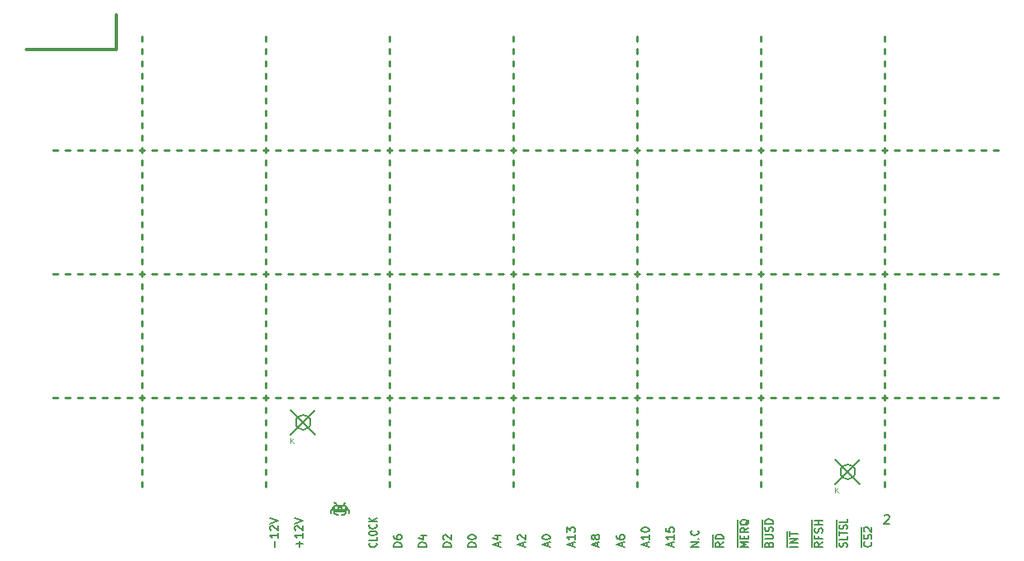
<source format=gto>
G04 (created by PCBNEW (2013-09-28 BZR 4356)-product) date 12/11/2013 13:19:40*
%MOIN*%
G04 Gerber Fmt 3.4, Leading zero omitted, Abs format*
%FSLAX34Y34*%
G01*
G70*
G90*
G04 APERTURE LIST*
%ADD10C,0.005906*%
%ADD11C,0.014173*%
%ADD12C,0.008858*%
%ADD13C,0.007480*%
%ADD14C,0.007874*%
%ADD15C,0.004331*%
%ADD16C,0.007087*%
G04 APERTURE END LIST*
G54D10*
G54D11*
X3686Y-1430D02*
X43Y-1430D01*
X3686Y-43D02*
X3686Y-1410D01*
G54D10*
X29772Y-21531D02*
X29772Y-20430D01*
G54D12*
X11836Y-15500D02*
X11636Y-15500D01*
X11336Y-15500D02*
X11136Y-15500D01*
X34736Y-15600D02*
X34736Y-15400D01*
X29736Y-15600D02*
X29736Y-15400D01*
X24736Y-15600D02*
X24736Y-15400D01*
X39336Y-15500D02*
X39136Y-15500D01*
X38836Y-15500D02*
X38636Y-15500D01*
X37836Y-15500D02*
X37636Y-15500D01*
X38336Y-15500D02*
X38136Y-15500D01*
X36336Y-15500D02*
X36136Y-15500D01*
X35836Y-15500D02*
X35636Y-15500D01*
X36836Y-15500D02*
X36636Y-15500D01*
X37336Y-15500D02*
X37136Y-15500D01*
X33336Y-15500D02*
X33136Y-15500D01*
X32836Y-15500D02*
X32636Y-15500D01*
X31836Y-15500D02*
X31636Y-15500D01*
X32336Y-15500D02*
X32136Y-15500D01*
X34336Y-15500D02*
X34136Y-15500D01*
X33836Y-15500D02*
X33636Y-15500D01*
X34836Y-15500D02*
X34636Y-15500D01*
X35336Y-15500D02*
X35136Y-15500D01*
X27336Y-15500D02*
X27136Y-15500D01*
X26836Y-15500D02*
X26636Y-15500D01*
X25836Y-15500D02*
X25636Y-15500D01*
X26336Y-15500D02*
X26136Y-15500D01*
X24836Y-15500D02*
X24636Y-15500D01*
X25336Y-15500D02*
X25136Y-15500D01*
X29336Y-15500D02*
X29136Y-15500D01*
X28836Y-15500D02*
X28636Y-15500D01*
X27836Y-15500D02*
X27636Y-15500D01*
X28336Y-15500D02*
X28136Y-15500D01*
X30336Y-15500D02*
X30136Y-15500D01*
X29836Y-15500D02*
X29636Y-15500D01*
X30836Y-15500D02*
X30636Y-15500D01*
X31336Y-15500D02*
X31136Y-15500D01*
X23336Y-15500D02*
X23136Y-15500D01*
X22836Y-15500D02*
X22636Y-15500D01*
X23836Y-15500D02*
X23636Y-15500D01*
X24336Y-15500D02*
X24136Y-15500D01*
X20336Y-15500D02*
X20136Y-15500D01*
X19836Y-15500D02*
X19636Y-15500D01*
X21336Y-15500D02*
X21136Y-15500D01*
X20836Y-15500D02*
X20636Y-15500D01*
X21836Y-15500D02*
X21636Y-15500D01*
X22336Y-15500D02*
X22136Y-15500D01*
X19736Y-15600D02*
X19736Y-15400D01*
X4736Y-15600D02*
X4736Y-15400D01*
X7336Y-15500D02*
X7136Y-15500D01*
X6836Y-15500D02*
X6636Y-15500D01*
X5836Y-15500D02*
X5636Y-15500D01*
X6336Y-15500D02*
X6136Y-15500D01*
X4836Y-15500D02*
X4636Y-15500D01*
X5336Y-15500D02*
X5136Y-15500D01*
X9336Y-15500D02*
X9136Y-15500D01*
X8836Y-15500D02*
X8636Y-15500D01*
X7836Y-15500D02*
X7636Y-15500D01*
X8336Y-15500D02*
X8136Y-15500D01*
X16336Y-15500D02*
X16136Y-15500D01*
X15836Y-15500D02*
X15636Y-15500D01*
X14836Y-15500D02*
X14636Y-15500D01*
X15336Y-15500D02*
X15136Y-15500D01*
X13336Y-15500D02*
X13136Y-15500D01*
X12836Y-15500D02*
X12636Y-15500D01*
X13836Y-15500D02*
X13636Y-15500D01*
X14336Y-15500D02*
X14136Y-15500D01*
X10336Y-15500D02*
X10136Y-15500D01*
X9836Y-15500D02*
X9636Y-15500D01*
X10836Y-15500D02*
X10636Y-15500D01*
X12336Y-15500D02*
X12136Y-15500D01*
X18836Y-15500D02*
X18636Y-15500D01*
X19336Y-15500D02*
X19136Y-15500D01*
X17336Y-15500D02*
X17136Y-15500D01*
X16836Y-15500D02*
X16636Y-15500D01*
X17836Y-15500D02*
X17636Y-15500D01*
X18336Y-15500D02*
X18136Y-15500D01*
X9736Y-15600D02*
X9736Y-15400D01*
X14736Y-15600D02*
X14736Y-15400D01*
X4336Y-15500D02*
X4136Y-15500D01*
X3836Y-15500D02*
X3636Y-15500D01*
X1336Y-15500D02*
X1136Y-15500D01*
X2336Y-15500D02*
X2136Y-15500D01*
X1836Y-15500D02*
X1636Y-15500D01*
X2836Y-15500D02*
X2636Y-15500D01*
X3336Y-15500D02*
X3136Y-15500D01*
X34736Y-11100D02*
X34736Y-10900D01*
X34736Y-13100D02*
X34736Y-12900D01*
X34736Y-12600D02*
X34736Y-12400D01*
X34736Y-11600D02*
X34736Y-11400D01*
X34736Y-12100D02*
X34736Y-11900D01*
X34736Y-14100D02*
X34736Y-13900D01*
X34736Y-13600D02*
X34736Y-13400D01*
X34736Y-14600D02*
X34736Y-14400D01*
X34736Y-15100D02*
X34736Y-14900D01*
X29736Y-11100D02*
X29736Y-10900D01*
X29736Y-13100D02*
X29736Y-12900D01*
X29736Y-12600D02*
X29736Y-12400D01*
X29736Y-11600D02*
X29736Y-11400D01*
X29736Y-12100D02*
X29736Y-11900D01*
X29736Y-14100D02*
X29736Y-13900D01*
X29736Y-13600D02*
X29736Y-13400D01*
X29736Y-14600D02*
X29736Y-14400D01*
X29736Y-15100D02*
X29736Y-14900D01*
X24736Y-11100D02*
X24736Y-10900D01*
X24736Y-13100D02*
X24736Y-12900D01*
X24736Y-12600D02*
X24736Y-12400D01*
X24736Y-11600D02*
X24736Y-11400D01*
X24736Y-12100D02*
X24736Y-11900D01*
X24736Y-14100D02*
X24736Y-13900D01*
X24736Y-13600D02*
X24736Y-13400D01*
X24736Y-14600D02*
X24736Y-14400D01*
X24736Y-15100D02*
X24736Y-14900D01*
X19736Y-11100D02*
X19736Y-10900D01*
X19736Y-13100D02*
X19736Y-12900D01*
X19736Y-12600D02*
X19736Y-12400D01*
X19736Y-11600D02*
X19736Y-11400D01*
X19736Y-12100D02*
X19736Y-11900D01*
X19736Y-14100D02*
X19736Y-13900D01*
X19736Y-13600D02*
X19736Y-13400D01*
X19736Y-14600D02*
X19736Y-14400D01*
X19736Y-15100D02*
X19736Y-14900D01*
X14736Y-11100D02*
X14736Y-10900D01*
X14736Y-13100D02*
X14736Y-12900D01*
X14736Y-12600D02*
X14736Y-12400D01*
X14736Y-11600D02*
X14736Y-11400D01*
X14736Y-12100D02*
X14736Y-11900D01*
X14736Y-14100D02*
X14736Y-13900D01*
X14736Y-13600D02*
X14736Y-13400D01*
X14736Y-14600D02*
X14736Y-14400D01*
X14736Y-15100D02*
X14736Y-14900D01*
X9736Y-11100D02*
X9736Y-10900D01*
X9736Y-13100D02*
X9736Y-12900D01*
X9736Y-12600D02*
X9736Y-12400D01*
X9736Y-11600D02*
X9736Y-11400D01*
X9736Y-12100D02*
X9736Y-11900D01*
X9736Y-14100D02*
X9736Y-13900D01*
X9736Y-13600D02*
X9736Y-13400D01*
X9736Y-14600D02*
X9736Y-14400D01*
X9736Y-15100D02*
X9736Y-14900D01*
X4736Y-11100D02*
X4736Y-10900D01*
X4736Y-13100D02*
X4736Y-12900D01*
X4736Y-12600D02*
X4736Y-12400D01*
X4736Y-11600D02*
X4736Y-11400D01*
X4736Y-12100D02*
X4736Y-11900D01*
X4736Y-14100D02*
X4736Y-13900D01*
X4736Y-13600D02*
X4736Y-13400D01*
X4736Y-14600D02*
X4736Y-14400D01*
X4736Y-15100D02*
X4736Y-14900D01*
X34736Y-10600D02*
X34736Y-10400D01*
X29736Y-10600D02*
X29736Y-10400D01*
X24736Y-10600D02*
X24736Y-10400D01*
X39336Y-10500D02*
X39136Y-10500D01*
X38836Y-10500D02*
X38636Y-10500D01*
X37836Y-10500D02*
X37636Y-10500D01*
X38336Y-10500D02*
X38136Y-10500D01*
X36336Y-10500D02*
X36136Y-10500D01*
X35836Y-10500D02*
X35636Y-10500D01*
X36836Y-10500D02*
X36636Y-10500D01*
X37336Y-10500D02*
X37136Y-10500D01*
X33336Y-10500D02*
X33136Y-10500D01*
X32836Y-10500D02*
X32636Y-10500D01*
X31836Y-10500D02*
X31636Y-10500D01*
X32336Y-10500D02*
X32136Y-10500D01*
X34336Y-10500D02*
X34136Y-10500D01*
X33836Y-10500D02*
X33636Y-10500D01*
X34836Y-10500D02*
X34636Y-10500D01*
X35336Y-10500D02*
X35136Y-10500D01*
X27336Y-10500D02*
X27136Y-10500D01*
X26836Y-10500D02*
X26636Y-10500D01*
X25836Y-10500D02*
X25636Y-10500D01*
X26336Y-10500D02*
X26136Y-10500D01*
X24836Y-10500D02*
X24636Y-10500D01*
X25336Y-10500D02*
X25136Y-10500D01*
X29336Y-10500D02*
X29136Y-10500D01*
X28836Y-10500D02*
X28636Y-10500D01*
X27836Y-10500D02*
X27636Y-10500D01*
X28336Y-10500D02*
X28136Y-10500D01*
X30336Y-10500D02*
X30136Y-10500D01*
X29836Y-10500D02*
X29636Y-10500D01*
X30836Y-10500D02*
X30636Y-10500D01*
X31336Y-10500D02*
X31136Y-10500D01*
X23336Y-10500D02*
X23136Y-10500D01*
X22836Y-10500D02*
X22636Y-10500D01*
X23836Y-10500D02*
X23636Y-10500D01*
X24336Y-10500D02*
X24136Y-10500D01*
X20336Y-10500D02*
X20136Y-10500D01*
X19836Y-10500D02*
X19636Y-10500D01*
X21336Y-10500D02*
X21136Y-10500D01*
X20836Y-10500D02*
X20636Y-10500D01*
X21836Y-10500D02*
X21636Y-10500D01*
X22336Y-10500D02*
X22136Y-10500D01*
X19736Y-10600D02*
X19736Y-10400D01*
X4736Y-10600D02*
X4736Y-10400D01*
X7336Y-10500D02*
X7136Y-10500D01*
X6836Y-10500D02*
X6636Y-10500D01*
X5836Y-10500D02*
X5636Y-10500D01*
X6336Y-10500D02*
X6136Y-10500D01*
X4836Y-10500D02*
X4636Y-10500D01*
X5336Y-10500D02*
X5136Y-10500D01*
X9336Y-10500D02*
X9136Y-10500D01*
X8836Y-10500D02*
X8636Y-10500D01*
X7836Y-10500D02*
X7636Y-10500D01*
X8336Y-10500D02*
X8136Y-10500D01*
X16336Y-10500D02*
X16136Y-10500D01*
X15836Y-10500D02*
X15636Y-10500D01*
X14836Y-10500D02*
X14636Y-10500D01*
X15336Y-10500D02*
X15136Y-10500D01*
X13336Y-10500D02*
X13136Y-10500D01*
X12836Y-10500D02*
X12636Y-10500D01*
X13836Y-10500D02*
X13636Y-10500D01*
X14336Y-10500D02*
X14136Y-10500D01*
X10336Y-10500D02*
X10136Y-10500D01*
X9836Y-10500D02*
X9636Y-10500D01*
X11336Y-10500D02*
X11136Y-10500D01*
X10836Y-10500D02*
X10636Y-10500D01*
X11836Y-10500D02*
X11636Y-10500D01*
X12336Y-10500D02*
X12136Y-10500D01*
X18836Y-10500D02*
X18636Y-10500D01*
X19336Y-10500D02*
X19136Y-10500D01*
X17336Y-10500D02*
X17136Y-10500D01*
X16836Y-10500D02*
X16636Y-10500D01*
X17836Y-10500D02*
X17636Y-10500D01*
X18336Y-10500D02*
X18136Y-10500D01*
X9736Y-10600D02*
X9736Y-10400D01*
X14736Y-10600D02*
X14736Y-10400D01*
X4336Y-10500D02*
X4136Y-10500D01*
X3836Y-10500D02*
X3636Y-10500D01*
X1336Y-10500D02*
X1136Y-10500D01*
X2336Y-10500D02*
X2136Y-10500D01*
X1836Y-10500D02*
X1636Y-10500D01*
X2836Y-10500D02*
X2636Y-10500D01*
X3336Y-10500D02*
X3136Y-10500D01*
X34736Y-6100D02*
X34736Y-5900D01*
X34736Y-8100D02*
X34736Y-7900D01*
X34736Y-7600D02*
X34736Y-7400D01*
X34736Y-6600D02*
X34736Y-6400D01*
X34736Y-7100D02*
X34736Y-6900D01*
X34736Y-9100D02*
X34736Y-8900D01*
X34736Y-8600D02*
X34736Y-8400D01*
X34736Y-9600D02*
X34736Y-9400D01*
X34736Y-10100D02*
X34736Y-9900D01*
X29736Y-6100D02*
X29736Y-5900D01*
X29736Y-8100D02*
X29736Y-7900D01*
X29736Y-7600D02*
X29736Y-7400D01*
X29736Y-6600D02*
X29736Y-6400D01*
X29736Y-7100D02*
X29736Y-6900D01*
X29736Y-9100D02*
X29736Y-8900D01*
X29736Y-8600D02*
X29736Y-8400D01*
X29736Y-9600D02*
X29736Y-9400D01*
X29736Y-10100D02*
X29736Y-9900D01*
X24736Y-6100D02*
X24736Y-5900D01*
X24736Y-8100D02*
X24736Y-7900D01*
X24736Y-7600D02*
X24736Y-7400D01*
X24736Y-6600D02*
X24736Y-6400D01*
X24736Y-7100D02*
X24736Y-6900D01*
X24736Y-9100D02*
X24736Y-8900D01*
X24736Y-8600D02*
X24736Y-8400D01*
X24736Y-9600D02*
X24736Y-9400D01*
X24736Y-10100D02*
X24736Y-9900D01*
X19736Y-6100D02*
X19736Y-5900D01*
X19736Y-8100D02*
X19736Y-7900D01*
X19736Y-7600D02*
X19736Y-7400D01*
X19736Y-6600D02*
X19736Y-6400D01*
X19736Y-7100D02*
X19736Y-6900D01*
X19736Y-9100D02*
X19736Y-8900D01*
X19736Y-8600D02*
X19736Y-8400D01*
X19736Y-9600D02*
X19736Y-9400D01*
X19736Y-10100D02*
X19736Y-9900D01*
X14736Y-6100D02*
X14736Y-5900D01*
X14736Y-8100D02*
X14736Y-7900D01*
X14736Y-7600D02*
X14736Y-7400D01*
X14736Y-6600D02*
X14736Y-6400D01*
X14736Y-7100D02*
X14736Y-6900D01*
X14736Y-9100D02*
X14736Y-8900D01*
X14736Y-8600D02*
X14736Y-8400D01*
X14736Y-9600D02*
X14736Y-9400D01*
X14736Y-10100D02*
X14736Y-9900D01*
X9736Y-6100D02*
X9736Y-5900D01*
X9736Y-8100D02*
X9736Y-7900D01*
X9736Y-7600D02*
X9736Y-7400D01*
X9736Y-6600D02*
X9736Y-6400D01*
X9736Y-7100D02*
X9736Y-6900D01*
X9736Y-9100D02*
X9736Y-8900D01*
X9736Y-8600D02*
X9736Y-8400D01*
X9736Y-9600D02*
X9736Y-9400D01*
X9736Y-10100D02*
X9736Y-9900D01*
X4736Y-6100D02*
X4736Y-5900D01*
X4736Y-8100D02*
X4736Y-7900D01*
X4736Y-7600D02*
X4736Y-7400D01*
X4736Y-6600D02*
X4736Y-6400D01*
X4736Y-7100D02*
X4736Y-6900D01*
X4736Y-9100D02*
X4736Y-8900D01*
X4736Y-8600D02*
X4736Y-8400D01*
X4736Y-9600D02*
X4736Y-9400D01*
X4736Y-10100D02*
X4736Y-9900D01*
X34736Y-5600D02*
X34736Y-5400D01*
X29736Y-5600D02*
X29736Y-5400D01*
X24736Y-5600D02*
X24736Y-5400D01*
X39336Y-5500D02*
X39136Y-5500D01*
X38836Y-5500D02*
X38636Y-5500D01*
X37836Y-5500D02*
X37636Y-5500D01*
X38336Y-5500D02*
X38136Y-5500D01*
X36336Y-5500D02*
X36136Y-5500D01*
X35836Y-5500D02*
X35636Y-5500D01*
X36836Y-5500D02*
X36636Y-5500D01*
X37336Y-5500D02*
X37136Y-5500D01*
X33336Y-5500D02*
X33136Y-5500D01*
X32836Y-5500D02*
X32636Y-5500D01*
X31836Y-5500D02*
X31636Y-5500D01*
X32336Y-5500D02*
X32136Y-5500D01*
X34336Y-5500D02*
X34136Y-5500D01*
X33836Y-5500D02*
X33636Y-5500D01*
X34836Y-5500D02*
X34636Y-5500D01*
X35336Y-5500D02*
X35136Y-5500D01*
X27336Y-5500D02*
X27136Y-5500D01*
X26836Y-5500D02*
X26636Y-5500D01*
X25836Y-5500D02*
X25636Y-5500D01*
X26336Y-5500D02*
X26136Y-5500D01*
X24836Y-5500D02*
X24636Y-5500D01*
X25336Y-5500D02*
X25136Y-5500D01*
X29336Y-5500D02*
X29136Y-5500D01*
X28836Y-5500D02*
X28636Y-5500D01*
X27836Y-5500D02*
X27636Y-5500D01*
X28336Y-5500D02*
X28136Y-5500D01*
X30336Y-5500D02*
X30136Y-5500D01*
X29836Y-5500D02*
X29636Y-5500D01*
X30836Y-5500D02*
X30636Y-5500D01*
X31336Y-5500D02*
X31136Y-5500D01*
X23336Y-5500D02*
X23136Y-5500D01*
X22836Y-5500D02*
X22636Y-5500D01*
X23836Y-5500D02*
X23636Y-5500D01*
X24336Y-5500D02*
X24136Y-5500D01*
X20336Y-5500D02*
X20136Y-5500D01*
X19836Y-5500D02*
X19636Y-5500D01*
X21336Y-5500D02*
X21136Y-5500D01*
X20836Y-5500D02*
X20636Y-5500D01*
X21836Y-5500D02*
X21636Y-5500D01*
X22336Y-5500D02*
X22136Y-5500D01*
X19736Y-5600D02*
X19736Y-5400D01*
X4736Y-5600D02*
X4736Y-5400D01*
X7336Y-5500D02*
X7136Y-5500D01*
X6836Y-5500D02*
X6636Y-5500D01*
X5836Y-5500D02*
X5636Y-5500D01*
X6336Y-5500D02*
X6136Y-5500D01*
X4836Y-5500D02*
X4636Y-5500D01*
X5336Y-5500D02*
X5136Y-5500D01*
X9336Y-5500D02*
X9136Y-5500D01*
X8836Y-5500D02*
X8636Y-5500D01*
X7836Y-5500D02*
X7636Y-5500D01*
X8336Y-5500D02*
X8136Y-5500D01*
X16336Y-5500D02*
X16136Y-5500D01*
X15836Y-5500D02*
X15636Y-5500D01*
X14836Y-5500D02*
X14636Y-5500D01*
X15336Y-5500D02*
X15136Y-5500D01*
X13336Y-5500D02*
X13136Y-5500D01*
X12836Y-5500D02*
X12636Y-5500D01*
X13836Y-5500D02*
X13636Y-5500D01*
X14336Y-5500D02*
X14136Y-5500D01*
X10336Y-5500D02*
X10136Y-5500D01*
X9836Y-5500D02*
X9636Y-5500D01*
X11336Y-5500D02*
X11136Y-5500D01*
X10836Y-5500D02*
X10636Y-5500D01*
X11836Y-5500D02*
X11636Y-5500D01*
X12336Y-5500D02*
X12136Y-5500D01*
X18836Y-5500D02*
X18636Y-5500D01*
X19336Y-5500D02*
X19136Y-5500D01*
X17336Y-5500D02*
X17136Y-5500D01*
X16836Y-5500D02*
X16636Y-5500D01*
X17836Y-5500D02*
X17636Y-5500D01*
X18336Y-5500D02*
X18136Y-5500D01*
X9736Y-5600D02*
X9736Y-5400D01*
X14736Y-5600D02*
X14736Y-5400D01*
X4336Y-5500D02*
X4136Y-5500D01*
X3836Y-5500D02*
X3636Y-5500D01*
X1336Y-5500D02*
X1136Y-5500D01*
X2336Y-5500D02*
X2136Y-5500D01*
X1836Y-5500D02*
X1636Y-5500D01*
X2836Y-5500D02*
X2636Y-5500D01*
X3336Y-5500D02*
X3136Y-5500D01*
X34736Y-1100D02*
X34736Y-900D01*
X34736Y-3100D02*
X34736Y-2900D01*
X34736Y-2600D02*
X34736Y-2400D01*
X34736Y-1600D02*
X34736Y-1400D01*
X34736Y-2100D02*
X34736Y-1900D01*
X34736Y-4100D02*
X34736Y-3900D01*
X34736Y-3600D02*
X34736Y-3400D01*
X34736Y-4600D02*
X34736Y-4400D01*
X34736Y-5100D02*
X34736Y-4900D01*
X29736Y-1100D02*
X29736Y-900D01*
X29736Y-3100D02*
X29736Y-2900D01*
X29736Y-2600D02*
X29736Y-2400D01*
X29736Y-1600D02*
X29736Y-1400D01*
X29736Y-2100D02*
X29736Y-1900D01*
X29736Y-4100D02*
X29736Y-3900D01*
X29736Y-3600D02*
X29736Y-3400D01*
X29736Y-4600D02*
X29736Y-4400D01*
X29736Y-5100D02*
X29736Y-4900D01*
X24736Y-1100D02*
X24736Y-900D01*
X24736Y-3100D02*
X24736Y-2900D01*
X24736Y-2600D02*
X24736Y-2400D01*
X24736Y-1600D02*
X24736Y-1400D01*
X24736Y-2100D02*
X24736Y-1900D01*
X24736Y-4100D02*
X24736Y-3900D01*
X24736Y-3600D02*
X24736Y-3400D01*
X24736Y-4600D02*
X24736Y-4400D01*
X24736Y-5100D02*
X24736Y-4900D01*
X19736Y-1100D02*
X19736Y-900D01*
X19736Y-3100D02*
X19736Y-2900D01*
X19736Y-2600D02*
X19736Y-2400D01*
X19736Y-1600D02*
X19736Y-1400D01*
X19736Y-2100D02*
X19736Y-1900D01*
X19736Y-4100D02*
X19736Y-3900D01*
X19736Y-3600D02*
X19736Y-3400D01*
X19736Y-4600D02*
X19736Y-4400D01*
X19736Y-5100D02*
X19736Y-4900D01*
X14736Y-1100D02*
X14736Y-900D01*
X14736Y-3100D02*
X14736Y-2900D01*
X14736Y-2600D02*
X14736Y-2400D01*
X14736Y-1600D02*
X14736Y-1400D01*
X14736Y-2100D02*
X14736Y-1900D01*
X14736Y-4100D02*
X14736Y-3900D01*
X14736Y-3600D02*
X14736Y-3400D01*
X14736Y-4600D02*
X14736Y-4400D01*
X14736Y-5100D02*
X14736Y-4900D01*
X9736Y-1100D02*
X9736Y-900D01*
X9736Y-3100D02*
X9736Y-2900D01*
X9736Y-2600D02*
X9736Y-2400D01*
X9736Y-1600D02*
X9736Y-1400D01*
X9736Y-2100D02*
X9736Y-1900D01*
X9736Y-4100D02*
X9736Y-3900D01*
X9736Y-3600D02*
X9736Y-3400D01*
X9736Y-4600D02*
X9736Y-4400D01*
X9736Y-5100D02*
X9736Y-4900D01*
X4736Y-1100D02*
X4736Y-900D01*
X4736Y-3100D02*
X4736Y-2900D01*
X4736Y-2600D02*
X4736Y-2400D01*
X4736Y-1600D02*
X4736Y-1400D01*
X4736Y-2100D02*
X4736Y-1900D01*
X4736Y-4100D02*
X4736Y-3900D01*
X4736Y-3600D02*
X4736Y-3400D01*
X4736Y-4600D02*
X4736Y-4400D01*
X4736Y-5100D02*
X4736Y-4900D01*
X4736Y-18600D02*
X4736Y-18400D01*
X4736Y-19100D02*
X4736Y-18900D01*
X4736Y-17100D02*
X4736Y-16900D01*
X4736Y-16600D02*
X4736Y-16400D01*
X4736Y-17600D02*
X4736Y-17400D01*
X4736Y-18100D02*
X4736Y-17900D01*
X4736Y-16100D02*
X4736Y-15900D01*
X9736Y-18600D02*
X9736Y-18400D01*
X9736Y-19100D02*
X9736Y-18900D01*
X9736Y-17100D02*
X9736Y-16900D01*
X9736Y-16600D02*
X9736Y-16400D01*
X9736Y-17600D02*
X9736Y-17400D01*
X9736Y-18100D02*
X9736Y-17900D01*
X9736Y-16100D02*
X9736Y-15900D01*
X14736Y-18600D02*
X14736Y-18400D01*
X14736Y-19100D02*
X14736Y-18900D01*
X14736Y-17100D02*
X14736Y-16900D01*
X14736Y-16600D02*
X14736Y-16400D01*
X14736Y-17600D02*
X14736Y-17400D01*
X14736Y-18100D02*
X14736Y-17900D01*
X14736Y-16100D02*
X14736Y-15900D01*
X19736Y-18600D02*
X19736Y-18400D01*
X19736Y-19100D02*
X19736Y-18900D01*
X19736Y-17100D02*
X19736Y-16900D01*
X19736Y-16600D02*
X19736Y-16400D01*
X19736Y-17600D02*
X19736Y-17400D01*
X19736Y-18100D02*
X19736Y-17900D01*
X19736Y-16100D02*
X19736Y-15900D01*
X24736Y-18600D02*
X24736Y-18400D01*
X24736Y-19100D02*
X24736Y-18900D01*
X24736Y-17100D02*
X24736Y-16900D01*
X24736Y-16600D02*
X24736Y-16400D01*
X24736Y-17600D02*
X24736Y-17400D01*
X24736Y-18100D02*
X24736Y-17900D01*
X24736Y-16100D02*
X24736Y-15900D01*
X29736Y-18600D02*
X29736Y-18400D01*
X29736Y-19100D02*
X29736Y-18900D01*
X29736Y-17100D02*
X29736Y-16900D01*
X29736Y-16600D02*
X29736Y-16400D01*
X29736Y-17600D02*
X29736Y-17400D01*
X29736Y-18100D02*
X29736Y-17900D01*
X29736Y-16100D02*
X29736Y-15900D01*
X34736Y-18600D02*
X34736Y-18400D01*
X34736Y-19100D02*
X34736Y-18900D01*
X34736Y-17100D02*
X34736Y-16900D01*
X34736Y-16600D02*
X34736Y-16400D01*
X34736Y-17600D02*
X34736Y-17400D01*
X34736Y-18100D02*
X34736Y-17900D01*
X34736Y-16100D02*
X34736Y-15900D01*
G54D10*
X28772Y-21531D02*
X28772Y-20430D01*
G54D13*
X34704Y-20269D02*
X34721Y-20252D01*
X34755Y-20235D01*
X34839Y-20235D01*
X34873Y-20252D01*
X34890Y-20269D01*
X34907Y-20303D01*
X34907Y-20337D01*
X34890Y-20387D01*
X34688Y-20590D01*
X34907Y-20590D01*
G54D10*
X33771Y-21531D02*
X33771Y-20744D01*
X32772Y-21531D02*
X32772Y-20430D01*
X31772Y-21531D02*
X31772Y-20430D01*
X30772Y-21531D02*
X30772Y-20893D01*
X27772Y-21532D02*
X27772Y-21036D01*
G54D14*
X12571Y-19800D02*
X12571Y-19875D01*
X12496Y-19725D02*
X12571Y-19800D01*
X12871Y-19800D02*
X12871Y-19875D01*
X12946Y-19725D02*
X12871Y-19800D01*
X12796Y-19950D02*
X12646Y-19950D01*
X12796Y-19875D02*
X12796Y-20100D01*
X12646Y-20025D02*
X12646Y-19875D01*
X12496Y-20100D02*
X12946Y-20100D01*
X13021Y-19950D02*
X12946Y-19950D01*
X13021Y-20025D02*
X13021Y-19950D01*
X12421Y-19950D02*
X12496Y-19950D01*
X12421Y-20025D02*
X12421Y-19950D01*
X12571Y-20250D02*
X12646Y-20250D01*
X12496Y-20175D02*
X12571Y-20250D01*
X12496Y-19875D02*
X12496Y-20175D01*
X12946Y-19875D02*
X12496Y-19875D01*
X12946Y-20175D02*
X12946Y-19875D01*
X12871Y-20250D02*
X12946Y-20175D01*
X12796Y-20250D02*
X12871Y-20250D01*
X13096Y-20025D02*
X13096Y-20175D01*
X12346Y-20025D02*
X13096Y-20025D01*
X12346Y-20175D02*
X12346Y-20025D01*
G54D15*
X10734Y-17339D02*
X10734Y-17142D01*
X10847Y-17339D02*
X10762Y-17226D01*
X10847Y-17142D02*
X10734Y-17254D01*
X32734Y-19339D02*
X32734Y-19142D01*
X32847Y-19339D02*
X32762Y-19226D01*
X32847Y-19142D02*
X32734Y-19254D01*
G54D10*
X34172Y-21335D02*
X34187Y-21350D01*
X34202Y-21395D01*
X34202Y-21425D01*
X34187Y-21470D01*
X34157Y-21500D01*
X34127Y-21515D01*
X34067Y-21530D01*
X34022Y-21530D01*
X33962Y-21515D01*
X33932Y-21500D01*
X33902Y-21470D01*
X33887Y-21425D01*
X33887Y-21395D01*
X33902Y-21350D01*
X33917Y-21335D01*
X34187Y-21215D02*
X34202Y-21170D01*
X34202Y-21095D01*
X34187Y-21065D01*
X34172Y-21050D01*
X34142Y-21035D01*
X34112Y-21035D01*
X34082Y-21050D01*
X34067Y-21065D01*
X34052Y-21095D01*
X34037Y-21155D01*
X34022Y-21185D01*
X34007Y-21200D01*
X33977Y-21215D01*
X33947Y-21215D01*
X33917Y-21200D01*
X33902Y-21185D01*
X33887Y-21155D01*
X33887Y-21080D01*
X33902Y-21035D01*
X33917Y-20915D02*
X33902Y-20900D01*
X33887Y-20870D01*
X33887Y-20795D01*
X33902Y-20765D01*
X33917Y-20750D01*
X33947Y-20735D01*
X33977Y-20735D01*
X34022Y-20750D01*
X34202Y-20930D01*
X34202Y-20735D01*
X33189Y-21531D02*
X33204Y-21491D01*
X33204Y-21423D01*
X33189Y-21395D01*
X33174Y-21382D01*
X33144Y-21368D01*
X33114Y-21368D01*
X33084Y-21382D01*
X33069Y-21395D01*
X33054Y-21423D01*
X33039Y-21477D01*
X33024Y-21504D01*
X33009Y-21518D01*
X32979Y-21531D01*
X32949Y-21531D01*
X32919Y-21518D01*
X32904Y-21504D01*
X32889Y-21477D01*
X32889Y-21409D01*
X32904Y-21368D01*
X33204Y-21110D02*
X33204Y-21246D01*
X32889Y-21246D01*
X32889Y-21056D02*
X32889Y-20893D01*
X33204Y-20974D02*
X32889Y-20974D01*
X33189Y-20811D02*
X33204Y-20770D01*
X33204Y-20702D01*
X33189Y-20675D01*
X33174Y-20662D01*
X33144Y-20648D01*
X33114Y-20648D01*
X33084Y-20662D01*
X33069Y-20675D01*
X33054Y-20702D01*
X33039Y-20757D01*
X33024Y-20784D01*
X33009Y-20797D01*
X32979Y-20811D01*
X32949Y-20811D01*
X32919Y-20797D01*
X32904Y-20784D01*
X32889Y-20757D01*
X32889Y-20689D01*
X32904Y-20648D01*
X33204Y-20390D02*
X33204Y-20526D01*
X32889Y-20526D01*
X32204Y-21351D02*
X32054Y-21456D01*
X32204Y-21531D02*
X31889Y-21531D01*
X31889Y-21411D01*
X31904Y-21381D01*
X31919Y-21366D01*
X31949Y-21351D01*
X31994Y-21351D01*
X32024Y-21366D01*
X32039Y-21381D01*
X32054Y-21411D01*
X32054Y-21531D01*
X32039Y-21111D02*
X32039Y-21216D01*
X32204Y-21216D02*
X31889Y-21216D01*
X31889Y-21066D01*
X32189Y-20961D02*
X32204Y-20916D01*
X32204Y-20841D01*
X32189Y-20811D01*
X32174Y-20796D01*
X32144Y-20781D01*
X32114Y-20781D01*
X32084Y-20796D01*
X32069Y-20811D01*
X32054Y-20841D01*
X32039Y-20901D01*
X32024Y-20931D01*
X32009Y-20946D01*
X31979Y-20961D01*
X31949Y-20961D01*
X31919Y-20946D01*
X31904Y-20931D01*
X31889Y-20901D01*
X31889Y-20826D01*
X31904Y-20781D01*
X32204Y-20646D02*
X31889Y-20646D01*
X32039Y-20646D02*
X32039Y-20466D01*
X32204Y-20466D02*
X31889Y-20466D01*
X31204Y-21532D02*
X30889Y-21532D01*
X31204Y-21382D02*
X30889Y-21382D01*
X31204Y-21202D01*
X30889Y-21202D01*
X30889Y-21097D02*
X30889Y-20917D01*
X31204Y-21007D02*
X30889Y-21007D01*
X29204Y-21531D02*
X28889Y-21531D01*
X29114Y-21433D01*
X28889Y-21335D01*
X29204Y-21335D01*
X29039Y-21194D02*
X29039Y-21096D01*
X29204Y-21053D02*
X29204Y-21194D01*
X28889Y-21194D01*
X28889Y-21053D01*
X29204Y-20758D02*
X29054Y-20857D01*
X29204Y-20927D02*
X28889Y-20927D01*
X28889Y-20814D01*
X28904Y-20786D01*
X28919Y-20772D01*
X28949Y-20758D01*
X28994Y-20758D01*
X29024Y-20772D01*
X29039Y-20786D01*
X29054Y-20814D01*
X29054Y-20927D01*
X29234Y-20435D02*
X29219Y-20463D01*
X29189Y-20491D01*
X29144Y-20533D01*
X29129Y-20561D01*
X29129Y-20589D01*
X29204Y-20575D02*
X29189Y-20603D01*
X29159Y-20632D01*
X29099Y-20646D01*
X28994Y-20646D01*
X28934Y-20632D01*
X28904Y-20603D01*
X28889Y-20575D01*
X28889Y-20519D01*
X28904Y-20491D01*
X28934Y-20463D01*
X28994Y-20449D01*
X29099Y-20449D01*
X29159Y-20463D01*
X29189Y-20491D01*
X29204Y-20519D01*
X29204Y-20575D01*
X30039Y-21427D02*
X30054Y-21382D01*
X30069Y-21367D01*
X30099Y-21352D01*
X30144Y-21352D01*
X30174Y-21367D01*
X30189Y-21382D01*
X30204Y-21412D01*
X30204Y-21532D01*
X29889Y-21532D01*
X29889Y-21427D01*
X29904Y-21397D01*
X29919Y-21382D01*
X29949Y-21367D01*
X29979Y-21367D01*
X30009Y-21382D01*
X30024Y-21397D01*
X30039Y-21427D01*
X30039Y-21532D01*
X29889Y-21217D02*
X30144Y-21217D01*
X30174Y-21202D01*
X30189Y-21187D01*
X30204Y-21157D01*
X30204Y-21097D01*
X30189Y-21067D01*
X30174Y-21052D01*
X30144Y-21037D01*
X29889Y-21037D01*
X30189Y-20902D02*
X30204Y-20857D01*
X30204Y-20782D01*
X30189Y-20752D01*
X30174Y-20737D01*
X30144Y-20722D01*
X30114Y-20722D01*
X30084Y-20737D01*
X30069Y-20752D01*
X30054Y-20782D01*
X30039Y-20842D01*
X30024Y-20872D01*
X30009Y-20887D01*
X29979Y-20902D01*
X29949Y-20902D01*
X29919Y-20887D01*
X29904Y-20872D01*
X29889Y-20842D01*
X29889Y-20767D01*
X29904Y-20722D01*
X30204Y-20587D02*
X29889Y-20587D01*
X29889Y-20512D01*
X29904Y-20467D01*
X29934Y-20437D01*
X29964Y-20422D01*
X30024Y-20407D01*
X30069Y-20407D01*
X30129Y-20422D01*
X30159Y-20437D01*
X30189Y-20467D01*
X30204Y-20512D01*
X30204Y-20587D01*
X28204Y-21350D02*
X28054Y-21455D01*
X28204Y-21530D02*
X27889Y-21530D01*
X27889Y-21410D01*
X27904Y-21380D01*
X27919Y-21365D01*
X27949Y-21350D01*
X27994Y-21350D01*
X28024Y-21365D01*
X28039Y-21380D01*
X28054Y-21410D01*
X28054Y-21530D01*
X28204Y-21215D02*
X27889Y-21215D01*
X27889Y-21140D01*
X27904Y-21095D01*
X27934Y-21065D01*
X27964Y-21050D01*
X28024Y-21035D01*
X28069Y-21035D01*
X28129Y-21050D01*
X28159Y-21065D01*
X28189Y-21095D01*
X28204Y-21140D01*
X28204Y-21215D01*
X27204Y-21531D02*
X26889Y-21531D01*
X27204Y-21351D01*
X26889Y-21351D01*
X27174Y-21201D02*
X27189Y-21186D01*
X27204Y-21201D01*
X27189Y-21216D01*
X27174Y-21201D01*
X27204Y-21201D01*
X27174Y-20871D02*
X27189Y-20886D01*
X27204Y-20931D01*
X27204Y-20961D01*
X27189Y-21006D01*
X27159Y-21036D01*
X27129Y-21051D01*
X27069Y-21066D01*
X27024Y-21066D01*
X26964Y-21051D01*
X26934Y-21036D01*
X26904Y-21006D01*
X26889Y-20961D01*
X26889Y-20931D01*
X26904Y-20886D01*
X26919Y-20871D01*
X26114Y-21501D02*
X26114Y-21351D01*
X26204Y-21531D02*
X25889Y-21426D01*
X26204Y-21321D01*
X26204Y-21051D02*
X26204Y-21231D01*
X26204Y-21141D02*
X25889Y-21141D01*
X25934Y-21171D01*
X25964Y-21201D01*
X25979Y-21231D01*
X25889Y-20766D02*
X25889Y-20916D01*
X26039Y-20931D01*
X26024Y-20916D01*
X26009Y-20886D01*
X26009Y-20811D01*
X26024Y-20781D01*
X26039Y-20766D01*
X26069Y-20751D01*
X26144Y-20751D01*
X26174Y-20766D01*
X26189Y-20781D01*
X26204Y-20811D01*
X26204Y-20886D01*
X26189Y-20916D01*
X26174Y-20931D01*
X25114Y-21500D02*
X25114Y-21350D01*
X25204Y-21530D02*
X24889Y-21425D01*
X25204Y-21320D01*
X25204Y-21050D02*
X25204Y-21230D01*
X25204Y-21140D02*
X24889Y-21140D01*
X24934Y-21170D01*
X24964Y-21200D01*
X24979Y-21230D01*
X24889Y-20855D02*
X24889Y-20825D01*
X24904Y-20795D01*
X24919Y-20780D01*
X24949Y-20765D01*
X25009Y-20750D01*
X25084Y-20750D01*
X25144Y-20765D01*
X25174Y-20780D01*
X25189Y-20795D01*
X25204Y-20825D01*
X25204Y-20855D01*
X25189Y-20885D01*
X25174Y-20900D01*
X25144Y-20915D01*
X25084Y-20930D01*
X25009Y-20930D01*
X24949Y-20915D01*
X24919Y-20900D01*
X24904Y-20885D01*
X24889Y-20855D01*
X24114Y-21500D02*
X24114Y-21350D01*
X24204Y-21530D02*
X23889Y-21425D01*
X24204Y-21320D01*
X23889Y-21080D02*
X23889Y-21140D01*
X23904Y-21170D01*
X23919Y-21185D01*
X23964Y-21215D01*
X24024Y-21230D01*
X24144Y-21230D01*
X24174Y-21215D01*
X24189Y-21200D01*
X24204Y-21170D01*
X24204Y-21110D01*
X24189Y-21080D01*
X24174Y-21065D01*
X24144Y-21050D01*
X24069Y-21050D01*
X24039Y-21065D01*
X24024Y-21080D01*
X24009Y-21110D01*
X24009Y-21170D01*
X24024Y-21200D01*
X24039Y-21215D01*
X24069Y-21230D01*
X23113Y-21500D02*
X23113Y-21350D01*
X23203Y-21530D02*
X22888Y-21425D01*
X23203Y-21320D01*
X23023Y-21170D02*
X23008Y-21200D01*
X22993Y-21215D01*
X22963Y-21230D01*
X22948Y-21230D01*
X22918Y-21215D01*
X22903Y-21200D01*
X22888Y-21170D01*
X22888Y-21110D01*
X22903Y-21080D01*
X22918Y-21065D01*
X22948Y-21050D01*
X22963Y-21050D01*
X22993Y-21065D01*
X23008Y-21080D01*
X23023Y-21110D01*
X23023Y-21170D01*
X23038Y-21200D01*
X23053Y-21215D01*
X23083Y-21230D01*
X23143Y-21230D01*
X23173Y-21215D01*
X23188Y-21200D01*
X23203Y-21170D01*
X23203Y-21110D01*
X23188Y-21080D01*
X23173Y-21065D01*
X23143Y-21050D01*
X23083Y-21050D01*
X23053Y-21065D01*
X23038Y-21080D01*
X23023Y-21110D01*
X22114Y-21500D02*
X22114Y-21350D01*
X22204Y-21530D02*
X21889Y-21425D01*
X22204Y-21320D01*
X22204Y-21050D02*
X22204Y-21230D01*
X22204Y-21140D02*
X21889Y-21140D01*
X21934Y-21170D01*
X21964Y-21200D01*
X21979Y-21230D01*
X21889Y-20945D02*
X21889Y-20750D01*
X22009Y-20855D01*
X22009Y-20810D01*
X22024Y-20780D01*
X22039Y-20765D01*
X22069Y-20750D01*
X22144Y-20750D01*
X22174Y-20765D01*
X22189Y-20780D01*
X22204Y-20810D01*
X22204Y-20900D01*
X22189Y-20930D01*
X22174Y-20945D01*
X21114Y-21500D02*
X21114Y-21350D01*
X21204Y-21530D02*
X20889Y-21425D01*
X21204Y-21320D01*
X20889Y-21155D02*
X20889Y-21125D01*
X20904Y-21095D01*
X20919Y-21080D01*
X20949Y-21065D01*
X21009Y-21050D01*
X21084Y-21050D01*
X21144Y-21065D01*
X21174Y-21080D01*
X21189Y-21095D01*
X21204Y-21125D01*
X21204Y-21155D01*
X21189Y-21185D01*
X21174Y-21200D01*
X21144Y-21215D01*
X21084Y-21230D01*
X21009Y-21230D01*
X20949Y-21215D01*
X20919Y-21200D01*
X20904Y-21185D01*
X20889Y-21155D01*
X20114Y-21500D02*
X20114Y-21350D01*
X20204Y-21530D02*
X19889Y-21425D01*
X20204Y-21320D01*
X19919Y-21230D02*
X19904Y-21215D01*
X19889Y-21185D01*
X19889Y-21110D01*
X19904Y-21080D01*
X19919Y-21065D01*
X19949Y-21050D01*
X19979Y-21050D01*
X20024Y-21065D01*
X20204Y-21245D01*
X20204Y-21050D01*
X19114Y-21501D02*
X19114Y-21351D01*
X19204Y-21531D02*
X18889Y-21426D01*
X19204Y-21321D01*
X18994Y-21081D02*
X19204Y-21081D01*
X18874Y-21156D02*
X19099Y-21231D01*
X19099Y-21036D01*
X18204Y-21531D02*
X17889Y-21531D01*
X17889Y-21456D01*
X17904Y-21411D01*
X17934Y-21381D01*
X17964Y-21366D01*
X18024Y-21351D01*
X18069Y-21351D01*
X18129Y-21366D01*
X18159Y-21381D01*
X18189Y-21411D01*
X18204Y-21456D01*
X18204Y-21531D01*
X17889Y-21156D02*
X17889Y-21126D01*
X17904Y-21096D01*
X17919Y-21081D01*
X17949Y-21066D01*
X18009Y-21051D01*
X18084Y-21051D01*
X18144Y-21066D01*
X18174Y-21081D01*
X18189Y-21096D01*
X18204Y-21126D01*
X18204Y-21156D01*
X18189Y-21186D01*
X18174Y-21201D01*
X18144Y-21216D01*
X18084Y-21231D01*
X18009Y-21231D01*
X17949Y-21216D01*
X17919Y-21201D01*
X17904Y-21186D01*
X17889Y-21156D01*
X17204Y-21531D02*
X16889Y-21531D01*
X16889Y-21456D01*
X16904Y-21411D01*
X16934Y-21381D01*
X16964Y-21366D01*
X17024Y-21351D01*
X17069Y-21351D01*
X17129Y-21366D01*
X17159Y-21381D01*
X17189Y-21411D01*
X17204Y-21456D01*
X17204Y-21531D01*
X16919Y-21231D02*
X16904Y-21216D01*
X16889Y-21186D01*
X16889Y-21111D01*
X16904Y-21081D01*
X16919Y-21066D01*
X16949Y-21051D01*
X16979Y-21051D01*
X17024Y-21066D01*
X17204Y-21246D01*
X17204Y-21051D01*
X16204Y-21531D02*
X15889Y-21531D01*
X15889Y-21456D01*
X15904Y-21411D01*
X15934Y-21381D01*
X15964Y-21366D01*
X16024Y-21351D01*
X16069Y-21351D01*
X16129Y-21366D01*
X16159Y-21381D01*
X16189Y-21411D01*
X16204Y-21456D01*
X16204Y-21531D01*
X15994Y-21081D02*
X16204Y-21081D01*
X15874Y-21156D02*
X16099Y-21231D01*
X16099Y-21036D01*
X15204Y-21531D02*
X14889Y-21531D01*
X14889Y-21456D01*
X14904Y-21411D01*
X14934Y-21381D01*
X14964Y-21366D01*
X15024Y-21351D01*
X15069Y-21351D01*
X15129Y-21366D01*
X15159Y-21381D01*
X15189Y-21411D01*
X15204Y-21456D01*
X15204Y-21531D01*
X14889Y-21081D02*
X14889Y-21141D01*
X14904Y-21171D01*
X14919Y-21186D01*
X14964Y-21216D01*
X15024Y-21231D01*
X15144Y-21231D01*
X15174Y-21216D01*
X15189Y-21201D01*
X15204Y-21171D01*
X15204Y-21111D01*
X15189Y-21081D01*
X15174Y-21066D01*
X15144Y-21051D01*
X15069Y-21051D01*
X15039Y-21066D01*
X15024Y-21081D01*
X15009Y-21111D01*
X15009Y-21171D01*
X15024Y-21201D01*
X15039Y-21216D01*
X15069Y-21231D01*
X14175Y-21370D02*
X14190Y-21383D01*
X14205Y-21420D01*
X14205Y-21444D01*
X14190Y-21482D01*
X14160Y-21506D01*
X14130Y-21519D01*
X14070Y-21531D01*
X14025Y-21531D01*
X13965Y-21519D01*
X13935Y-21506D01*
X13905Y-21482D01*
X13890Y-21444D01*
X13890Y-21420D01*
X13905Y-21383D01*
X13920Y-21370D01*
X14205Y-21135D02*
X14205Y-21259D01*
X13890Y-21259D01*
X13890Y-20999D02*
X13890Y-20950D01*
X13905Y-20925D01*
X13935Y-20900D01*
X13995Y-20888D01*
X14100Y-20888D01*
X14160Y-20900D01*
X14190Y-20925D01*
X14205Y-20950D01*
X14205Y-20999D01*
X14190Y-21024D01*
X14160Y-21049D01*
X14100Y-21061D01*
X13995Y-21061D01*
X13935Y-21049D01*
X13905Y-21024D01*
X13890Y-20999D01*
X14175Y-20628D02*
X14190Y-20640D01*
X14205Y-20677D01*
X14205Y-20702D01*
X14190Y-20739D01*
X14160Y-20764D01*
X14130Y-20776D01*
X14070Y-20789D01*
X14025Y-20789D01*
X13965Y-20776D01*
X13935Y-20764D01*
X13905Y-20739D01*
X13890Y-20702D01*
X13890Y-20677D01*
X13905Y-20640D01*
X13920Y-20628D01*
X14205Y-20516D02*
X13890Y-20516D01*
X14205Y-20368D02*
X14025Y-20479D01*
X13890Y-20368D02*
X14070Y-20516D01*
X11084Y-21530D02*
X11084Y-21290D01*
X11204Y-21410D02*
X10964Y-21410D01*
X11204Y-20975D02*
X11204Y-21155D01*
X11204Y-21065D02*
X10889Y-21065D01*
X10934Y-21095D01*
X10964Y-21125D01*
X10979Y-21155D01*
X10919Y-20855D02*
X10904Y-20840D01*
X10889Y-20810D01*
X10889Y-20735D01*
X10904Y-20705D01*
X10919Y-20690D01*
X10949Y-20675D01*
X10979Y-20675D01*
X11024Y-20690D01*
X11204Y-20870D01*
X11204Y-20675D01*
X10889Y-20585D02*
X11204Y-20480D01*
X10889Y-20375D01*
G54D16*
X33536Y-18500D02*
G75*
G03X33536Y-18500I-300J0D01*
G74*
G01*
X11536Y-16500D02*
G75*
G03X11536Y-16500I-300J0D01*
G74*
G01*
X33236Y-18500D02*
X33736Y-18000D01*
X33236Y-18500D02*
X33736Y-19000D01*
X33236Y-18500D02*
X32736Y-19000D01*
X33236Y-18500D02*
X32736Y-18000D01*
X11236Y-16500D02*
X10736Y-16000D01*
X11236Y-16500D02*
X10736Y-17000D01*
X11236Y-16500D02*
X11736Y-17000D01*
X11236Y-16500D02*
X11736Y-16000D01*
G54D10*
X10084Y-21531D02*
X10084Y-21291D01*
X10204Y-20976D02*
X10204Y-21156D01*
X10204Y-21066D02*
X9889Y-21066D01*
X9934Y-21096D01*
X9964Y-21126D01*
X9979Y-21156D01*
X9919Y-20856D02*
X9904Y-20841D01*
X9889Y-20811D01*
X9889Y-20736D01*
X9904Y-20706D01*
X9919Y-20691D01*
X9949Y-20676D01*
X9979Y-20676D01*
X10024Y-20691D01*
X10204Y-20871D01*
X10204Y-20676D01*
X9889Y-20586D02*
X10204Y-20481D01*
X9889Y-20376D01*
M02*

</source>
